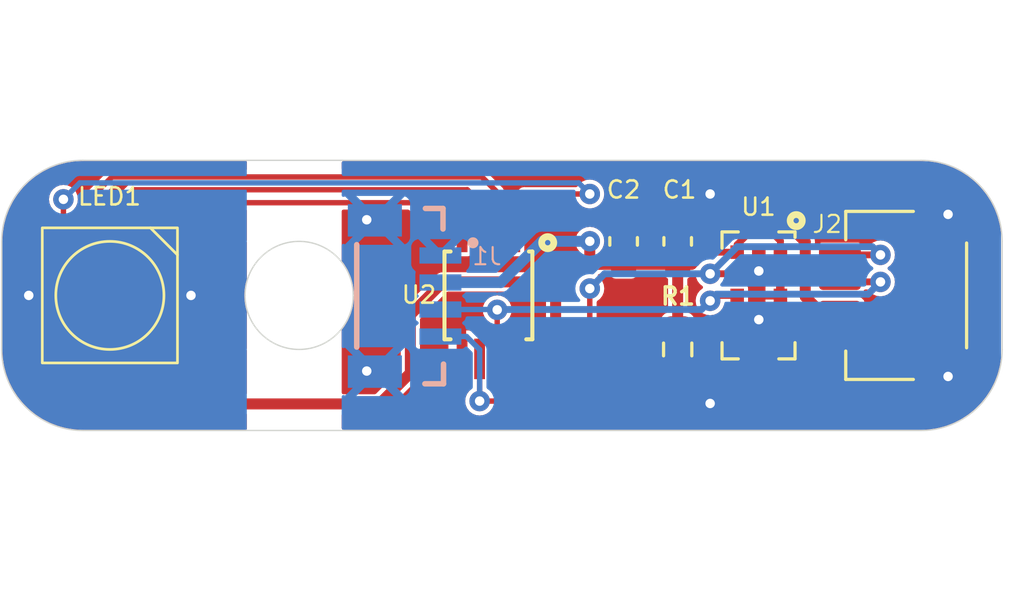
<source format=kicad_pcb>
(kicad_pcb (version 20221018) (generator pcbnew)
  (layers (0 "F.Cu" signal) (31 "B.Cu" signal) (34 "B.Paste" user) (35 "F.Paste" user) (36 "B.SilkS" user "B.Silkscreen") (37 "F.SilkS" user "F.Silkscreen") (38 "B.Mask" user) (39 "F.Mask" user) (44 "Edge.Cuts" user))
  (net 0 "")
  (net 1 "GND")
  (net 2 "/3V3")
  (net 3 "/SCL")
  (net 4 "/SDA")
  (net 5 "Net-(U2-LED3)")
  (net 6 "Net-(U2-LED2)")
  (net 7 "Net-(U2-LED1)")
  (net 8 "Net-(U2-LED0)")
  (net 9 "Net-(U1-XSHUT)")
  (footprint "Fiducial:Fiducial_1mm_Mask2mm" (layer "F.Cu") (at 8 7)
    (fp_text reference "U$1" hide)
    (fp_text value "FIDUCIAL")
    (pad "" smd circle (at 0 0) (size 1 1) (layers "F.Cu" "F.Mask") (clearance 0.5))
  )
  (footprint "Capacitor_SMD:C_0603_1608Metric" (layer "F.Cu") (at 23 3 90)
    (fp_text reference "C2" (at 1.9116 -0.002282) (layer "F.SilkS") (effects (font (size 0.635 0.635) (thickness 0.09525))))
    (fp_text value "0.1uF")
    (fp_line (start -0.14058 -0.51) (end 0.14058 -0.51) (stroke (width 0.12)) (layer "F.SilkS"))
    (fp_line (start -0.14058 0.51) (end 0.14058 0.51) (stroke (width 0.12)) (layer "F.SilkS"))
    (pad "1" smd roundrect (at -0.775 0 90) (size 0.9 0.95) (layers "F.Cu" "F.Paste" "F.Mask") (net 2 "/3V3"))
    (pad "2" smd roundrect (at 0.775 0 90) (size 0.9 0.95) (layers "F.Cu" "F.Paste" "F.Mask") (net 1 "GND"))
  )
  (footprint "Resistor_SMD:R_0603_1608Metric" (layer "F.Cu") (at 25 7 90)
    (fp_text reference "R1" (at 1.969431 0.010476) (layer "F.SilkS") (effects (font (size 0.635 0.635) (thickness 0.127) bold)))
    (fp_text value "10K")
    (fp_line (start -0.237258 -0.5225) (end 0.237258 -0.5225) (stroke (width 0.12)) (layer "F.SilkS"))
    (fp_line (start -0.237258 0.5225) (end 0.237258 0.5225) (stroke (width 0.12)) (layer "F.SilkS"))
    (pad "1" smd roundrect (at -0.825 0 90) (size 0.8 0.95) (layers "F.Cu" "F.Paste" "F.Mask") (net 9 "Net-(U1-XSHUT)"))
    (pad "2" smd roundrect (at 0.825 0 90) (size 0.8 0.95) (layers "F.Cu" "F.Paste" "F.Mask") (net 2 "/3V3"))
  )
  (footprint "CustomParts:ST_VL53L0X" (layer "F.Cu") (at 28 5 -90)
    (fp_text reference "U1" (at -3.2766 0.0131) (layer "F.SilkS") (effects (font (size 0.635 0.635) (thickness 0.09525))))
    (fp_text value "VL53L0CXV0DH/1")
    (fp_line (start -2.35 -1.34) (end -2.35 -0.74) (stroke (width 0.12)) (layer "F.SilkS"))
    (fp_line (start -2.35 -1.34) (end -2.15 -1.34) (stroke (width 0.12)) (layer "F.SilkS"))
    (fp_line (start -2.35 1.36) (end -2.35 0.76) (stroke (width 0.12)) (layer "F.SilkS"))
    (fp_line (start -1.75 1.36) (end -2.35 1.36) (stroke (width 0.12)) (layer "F.SilkS"))
    (fp_line (start 1.75 -1.34) (end 2.35 -1.34) (stroke (width 0.12)) (layer "F.SilkS"))
    (fp_line (start 2.35 -1.34) (end 2.35 -0.74) (stroke (width 0.12)) (layer "F.SilkS"))
    (fp_line (start 2.35 0.76) (end 2.35 1.36) (stroke (width 0.12)) (layer "F.SilkS"))
    (fp_line (start 2.35 1.36) (end 1.75 1.36) (stroke (width 0.12)) (layer "F.SilkS"))
    (pad "1" smd rect (at -1.6 -0.8) (size 0.5 0.5) (layers "F.Cu" "F.Paste" "F.Mask") (net 2 "/3V3"))
    (pad "2" smd rect (at -0.8 -0.79) (size 0.5 0.5) (layers "F.Cu" "F.Paste" "F.Mask") (net 1 "GND"))
    (pad "3" smd rect (at 0 -0.8) (size 0.5 0.5) (layers "F.Cu" "F.Paste" "F.Mask") (net 1 "GND"))
    (pad "4" smd rect (at 0.8 -0.8) (size 0.5 0.5) (layers "F.Cu" "F.Paste" "F.Mask") (net 1 "GND"))
    (pad "5" smd rect (at 1.6 -0.8) (size 0.5 0.5) (layers "F.Cu" "F.Paste" "F.Mask") (net 9 "Net-(U1-XSHUT)"))
    (pad "6" smd rect (at 1.6 0) (size 0.5 0.5) (layers "F.Cu" "F.Paste" "F.Mask") (net 1 "GND"))
    (pad "7" smd rect (at 1.6 0.8) (size 0.5 0.5) (layers "F.Cu" "F.Paste" "F.Mask"))
    (pad "8" smd rect (at 0.8 0.8) (size 0.5 0.5) (layers "F.Cu" "F.Paste" "F.Mask"))
    (pad "9" smd rect (at 0 0.8) (size 0.5 0.5) (layers "F.Cu" "F.Paste" "F.Mask") (net 4 "/SDA"))
    (pad "10" smd rect (at -0.8 0.8) (size 0.5 0.5) (layers "F.Cu" "F.Paste" "F.Mask") (net 3 "/SCL"))
    (pad "11" smd rect (at -1.6 0.8) (size 0.5 0.5) (layers "F.Cu" "F.Paste" "F.Mask") (net 2 "/3V3"))
    (pad "12" smd rect (at -1.6 0) (size 0.5 0.5) (layers "F.Cu" "F.Paste" "F.Mask") (net 1 "GND"))
  )
  (footprint "CustomParts:JST_SH_SM04B-SRSS-TB_1x04-1MP_P1.00mm_Horizontal" (layer "F.Cu") (at 33 5 90)
    (fp_text reference "J2" (at 2.638 -2.472) (layer "F.SilkS") (effects (font (size 0.635 0.635) (thickness 0.079375))))
    (fp_text value "Right Angle Qwiic Connector")
    (fp_line (start -3.11 -1.785) (end -2.06 -1.785) (stroke (width 0.12)) (layer "F.SilkS"))
    (fp_line (start -3.11 0.715) (end -3.11 -1.785) (stroke (width 0.12)) (layer "F.SilkS"))
    (fp_line (start -1.94 2.685) (end 1.94 2.685) (stroke (width 0.12)) (layer "F.SilkS"))
    (fp_line (start 3.11 -1.785) (end 2.06 -1.785) (stroke (width 0.12)) (layer "F.SilkS"))
    (fp_line (start 3.11 0.715) (end 3.11 -1.785) (stroke (width 0.12)) (layer "F.SilkS"))
    (pad "1" smd roundrect (at -1.5 -2 90) (size 0.6 1.55) (layers "F.Cu" "F.Paste" "F.Mask") (net 1 "GND"))
    (pad "2" smd roundrect (at -0.5 -2 90) (size 0.6 1.55) (layers "F.Cu" "F.Paste" "F.Mask") (net 2 "/3V3"))
    (pad "3" smd roundrect (at 0.5 -2 90) (size 0.6 1.55) (layers "F.Cu" "F.Paste" "F.Mask") (net 4 "/SDA"))
    (pad "4" smd roundrect (at 1.5 -2 90) (size 0.6 1.55) (layers "F.Cu" "F.Paste" "F.Mask") (net 3 "/SCL"))
    (pad "MP" smd roundrect (at -2.8 1.875 90) (size 1.2 1.8) (layers "F.Cu" "F.Paste" "F.Mask") (roundrect_rratio 0.2083333333) (net 1 "GND"))
    (pad "MP" smd roundrect (at 2.8 1.875 90) (size 1.2 1.8) (layers "F.Cu" "F.Paste" "F.Mask") (roundrect_rratio 0.2083333333) (net 1 "GND"))
  )
  (footprint "Capacitor_SMD:C_0603_1608Metric" (layer "F.Cu") (at 25 3 90)
    (fp_text reference "C1" (at 1.9116 0.0659) (layer "F.SilkS") (effects (font (size 0.635 0.635) (thickness 0.09525))))
    (fp_text value "10uF")
    (fp_line (start -0.14058 -0.51) (end 0.14058 -0.51) (stroke (width 0.12)) (layer "F.SilkS"))
    (fp_line (start -0.14058 0.51) (end 0.14058 0.51) (stroke (width 0.12)) (layer "F.SilkS"))
    (pad "1" smd roundrect (at -0.775 0 90) (size 0.9 0.95) (layers "F.Cu" "F.Paste" "F.Mask") (net 2 "/3V3"))
    (pad "2" smd roundrect (at 0.775 0 90) (size 0.9 0.95) (layers "F.Cu" "F.Paste" "F.Mask") (net 1 "GND"))
  )
  (footprint "Fiducial:Fiducial_1mm_Mask2mm" (layer "F.Cu") (at 8 3)
    (fp_text reference "U$2" hide)
    (fp_text value "FIDUCIAL")
    (pad "" smd circle (at 0 0) (size 1 1) (layers "F.Cu" "F.Mask") (clearance 0.5))
  )
  (footprint "Package_SO:TSSOP-8_3x3mm_P0.65mm" (layer "F.Cu") (at 18 5 -90)
    (fp_text reference "U2" (at -0.0206 2.5701) (layer "F.SilkS") (effects (font (size 0.635 0.635) (thickness 0.09525))))
    (fp_text value "PCA9632DP1,118")
    (fp_line (start -1.625 -1.625) (end -1.625 -1.5) (stroke (width 0.15)) (layer "F.SilkS"))
    (fp_line (start -1.625 -1.625) (end 1.625 -1.625) (stroke (width 0.15)) (layer "F.SilkS"))
    (fp_line (start -1.625 1.625) (end -1.625 1.4) (stroke (width 0.15)) (layer "F.SilkS"))
    (fp_line (start -1.625 1.625) (end 1.625 1.625) (stroke (width 0.15)) (layer "F.SilkS"))
    (fp_line (start 1.625 -1.625) (end 1.625 -1.4) (stroke (width 0.15)) (layer "F.SilkS"))
    (fp_line (start 1.625 1.625) (end 1.625 1.4) (stroke (width 0.15)) (layer "F.SilkS"))
    (pad "1" smd rect (at -2.35 -0.975 270) (size 1.5 0.4) (layers "F.Cu" "F.Paste" "F.Mask") (net 8 "Net-(U2-LED0)"))
    (pad "2" smd rect (at -2.35 -0.325 270) (size 1.5 0.4) (layers "F.Cu" "F.Paste" "F.Mask") (net 7 "Net-(U2-LED1)"))
    (pad "3" smd rect (at -2.35 0.325 270) (size 1.5 0.4) (layers "F.Cu" "F.Paste" "F.Mask") (net 6 "Net-(U2-LED2)"))
    (pad "4" smd rect (at -2.35 0.975 270) (size 1.5 0.4) (layers "F.Cu" "F.Paste" "F.Mask") (net 5 "Net-(U2-LED3)"))
    (pad "5" smd rect (at 2.35 0.975 270) (size 1.5 0.4) (layers "F.Cu" "F.Paste" "F.Mask") (net 1 "GND"))
    (pad "6" smd rect (at 2.35 0.325 270) (size 1.5 0.4) (layers "F.Cu" "F.Paste" "F.Mask") (net 3 "/SCL"))
    (pad "7" smd rect (at 2.35 -0.325 270) (size 1.5 0.4) (layers "F.Cu" "F.Paste" "F.Mask") (net 4 "/SDA"))
    (pad "8" smd rect (at 2.35 -0.975 270) (size 1.5 0.4) (layers "F.Cu" "F.Paste" "F.Mask") (net 2 "/3V3"))
  )
  (footprint "CustomParts:LED_RGBW_5050-8" (layer "F.Cu") (at 4 5 90)
    (fp_text reference "LED1" (at 3.6576 -0.0161 unlocked) (layer "F.SilkS") (effects (font (size 0.635 0.635) (thickness 0.09525))))
    (fp_text value "TC5050RGBW4D06-4CJHR3")
    (fp_line (start 2.5 1.5) (end 1.5 2.5) (stroke (width 0.1)) (layer "F.SilkS"))
    (fp_rect (start -2.5 -2.5) (end 2.5 2.5) (stroke (width 0.1)) (fill none) (layer "F.SilkS"))
    (fp_circle (center 0 0) (end 2 0) (stroke (width 0.1)) (fill none) (layer "F.SilkS"))
    (pad "1" smd rect (at -2.4 -1.725 180) (size 0.6 1.25) (layers "F.Cu" "F.Paste" "F.Mask") (net 2 "/3V3"))
    (pad "2" smd rect (at -2.4 -0.575 180) (size 0.6 1.25) (layers "F.Cu" "F.Paste" "F.Mask") (net 2 "/3V3"))
    (pad "3" smd rect (at -2.4 0.575 180) (size 0.6 1.25) (layers "F.Cu" "F.Paste" "F.Mask") (net 2 "/3V3"))
    (pad "4" smd rect (at -2.4 1.725 180) (size 0.6 1.25) (layers "F.Cu" "F.Paste" "F.Mask") (net 2 "/3V3"))
    (pad "5" smd rect (at 2.4 1.725 180) (size 0.6 1.25) (layers "F.Cu" "F.Paste" "F.Mask") (net 5 "Net-(U2-LED3)"))
    (pad "6" smd rect (at 2.4 0.575 180) (size 0.6 1.25) (layers "F.Cu" "F.Paste" "F.Mask") (net 6 "Net-(U2-LED2)"))
    (pad "7" smd rect (at 2.4 -0.575 180) (size 0.6 1.25) (layers "F.Cu" "F.Paste" "F.Mask") (net 7 "Net-(U2-LED1)"))
    (pad "8" smd rect (at 2.4 -1.725 180) (size 0.6 1.25) (layers "F.Cu" "F.Paste" "F.Mask") (net 8 "Net-(U2-LED0)"))
  )
  (footprint "ToFnLED:JST04_1MM_VERT" (layer "B.Cu") (at 17 5 -90)
    (fp_text reference "J1" (at -1.444 -1.542) (layer "B.SilkS") (effects (font (size 0.635 0.635) (thickness 0.079375)) (justify left mirror)))
    (fp_text value "Vertical Qwiic Connector" hide)
    (fp_line (start -3.218 0.68) (end -2.458 0.68) (stroke (width 0.2032)) (layer "B.SilkS"))
    (fp_line (start -3.218 1.33) (end -3.218 0.68) (stroke (width 0.2032)) (layer "B.SilkS"))
    (fp_line (start 1.912 3.87) (end -1.878 3.87) (stroke (width 0.2032)) (layer "B.SilkS"))
    (fp_line (start 3.272 0.66) (end 2.542 0.66) (stroke (width 0.2032)) (layer "B.SilkS"))
    (fp_line (start 3.272 1.35) (end 3.272 0.66) (stroke (width 0.2032)) (layer "B.SilkS"))
    (fp_circle (center -1.948 -0.43) (end -1.8464 -0.43) (stroke (width 0.2032)) (fill solid) (layer "B.SilkS"))
    (pad "1" smd rect (at -1.478 0.775 270) (size 0.6 1.55) (layers "B.Cu" "B.Paste" "B.Mask") (net 1 "GND"))
    (pad "2" smd rect (at -0.478 0.775 270) (size 0.6 1.55) (layers "B.Cu" "B.Paste" "B.Mask") (net 2 "/3V3"))
    (pad "3" smd rect (at 0.522 0.775 270) (size 0.6 1.55) (layers "B.Cu" "B.Paste" "B.Mask") (net 4 "/SDA"))
    (pad "4" smd rect (at 1.522 0.775 270) (size 0.6 1.55) (layers "B.Cu" "B.Paste" "B.Mask") (net 3 "/SCL"))
    (pad "NC1" smd rect (at -2.778 3.2 270) (size 1.2 2) (layers "B.Cu" "B.Paste" "B.Mask") (net 1 "GND"))
    (pad "NC2" smd rect (at 2.822 3.2 270) (size 1.2 2) (layers "B.Cu" "B.Paste" "B.Mask") (net 1 "GND"))
  )
  (gr_circle (center 29.3839 2.2314) (end 29.4839 2.2314) (stroke (width 0.25)) (fill none) (layer "F.SilkS"))
  (gr_circle (center 20.193 3.048) (end 20.293 3.048) (stroke (width 0.25)) (fill none) (layer "F.SilkS"))
  (gr_arc (start 0 3) (mid 0.87868 0.87868) (end 3 0) (stroke (width 0.05)) (layer "Edge.Cuts"))
  (gr_arc (start 9 5) (mid 11 3) (end 13 5) (stroke (width 0.05)) (layer "Edge.Cuts"))
  (gr_arc (start 37 7) (mid 36.12132 9.12132) (end 34 10) (stroke (width 0.05)) (layer "Edge.Cuts"))
  (gr_line (start 3 10) (end 34 10) (stroke (width 0.05)) (layer "Edge.Cuts"))
  (gr_line (start 0 3) (end 0 7) (stroke (width 0.05)) (layer "Edge.Cuts"))
  (gr_line (start 37 7) (end 37 3) (stroke (width 0.05)) (layer "Edge.Cuts"))
  (gr_arc (start 3 10) (mid 0.87868 9.12132) (end 0 7) (stroke (width 0.05)) (layer "Edge.Cuts"))
  (gr_line (start 34 0) (end 3 0) (stroke (width 0.05)) (layer "Edge.Cuts"))
  (gr_arc (start 13 5) (mid 11 7) (end 9 5) (stroke (width 0.05)) (layer "Edge.Cuts"))
  (gr_arc (start 34 0) (mid 36.12132 0.87868) (end 37 3) (stroke (width 0.05)) (layer "Edge.Cuts"))
  (segment (start 28 6.6) (end 28 5.8964) (width 0.254) (layer "F.Cu") (net 1))
  (segment (start 28.1036 4.2) (end 28.8 4.2) (width 0.254) (layer "F.Cu") (net 1))
  (segment (start 28.8 5.8) (end 28.8 5) (width 0.254) (layer "F.Cu") (net 1))
  (segment (start 28 4.0964) (end 28.1036 4.2) (width 0.254) (layer "F.Cu") (net 1))
  (segment (start 28.0964 5.8) (end 28.8 5.8) (width 0.254) (layer "F.Cu") (net 1))
  (segment (start 28.8 5) (end 28.8 4.2) (width 0.254) (layer "F.Cu") (net 1))
  (segment (start 28 3.4) (end 28 4.0964) (width 0.254) (layer "F.Cu") (net 1))
  (segment (start 28 5.8964) (end 28.0964 5.8) (width 0.254) (layer "F.Cu") (net 1))
  (via (at 7 5) (size 0.7564) (drill 0.35) (layers "F.Cu" "B.Cu") (net 1))
  (via (at 26.2 9) (size 0.7564) (drill 0.35) (layers "F.Cu" "B.Cu") (net 1))
  (via (at 1 5) (size 0.7564) (drill 0.35) (layers "F.Cu" "B.Cu") (net 1))
  (via (at 28 5.8964) (size 0.7564) (drill 0.35) (layers "F.Cu" "B.Cu") (net 1))
  (via (at 35 2) (size 0.7564) (drill 0.35) (layers "F.Cu" "B.Cu") (net 1))
  (via (at 28 4.0964) (size 0.7564) (drill 0.35) (layers "F.Cu" "B.Cu") (net 1))
  (via (at 13.5 7.8) (size 0.7564) (drill 0.35) (layers "F.Cu" "B.Cu") (net 1))
  (via (at 13.5 2.2) (size 0.7564) (drill 0.35) (layers "F.Cu" "B.Cu") (net 1))
  (via (at 35 8) (size 0.7564) (drill 0.35) (layers "F.Cu" "B.Cu") (net 1))
  (via (at 26.2 1.2464) (size 0.7564) (drill 0.35) (layers "F.Cu" "B.Cu") (net 1))
  (segment (start 2.3 7) (end 5.7 7) (width 0.4064) (layer "F.Cu") (net 2))
  (segment (start 30.171 5.5) (end 29.718 5.047) (width 0.4064) (layer "F.Cu") (net 2))
  (segment (start 20.4859 4.5) (end 20.4859 6.4381) (width 0.4064) (layer "F.Cu") (net 2))
  (segment (start 27.559 2.761) (end 27.2 3.12) (width 0.254) (layer "F.Cu") (net 2))
  (segment (start 29.718 3.015) (end 28.956 2.253) (width 0.4064) (layer "F.Cu") (net 2))
  (segment (start 27.10925 2.253) (end 25.51225 3.85) (width 0.4064) (layer "F.Cu") (net 2))
  (segment (start 23 3.85) (end 25 3.85) (width 0.4064) (layer "F.Cu") (net 2))
  (segment (start 27.2 3.12) (end 27.2 3.4) (width 0.254) (layer "F.Cu") (net 2))
  (segment (start 15.113 5.715) (end 16.328 4.5) (width 0.4064) (layer "F.Cu") (net 2))
  (segment (start 25.508 3.85) (end 25 3.85) (width 0.254) (layer "F.Cu") (net 2))
  (segment (start 21.1359 3.85) (end 21.7385 3.85) (width 0.4064) (layer "F.Cu") (net 2))
  (segment (start 31 5.5) (end 30.171 5.5) (width 0.4064) (layer "F.Cu") (net 2))
  (segment (start 21.7489 3.8396) (end 21.7385 3.85) (width 0.2) (layer "F.Cu") (net 2))
  (segment (start 21.7489 2.9964) (end 21.7489 3.8396) (width 0.4064) (layer "F.Cu") (net 2))
  (segment (start 25.958 3.4) (end 25.508 3.85) (width 0.254) (layer "F.Cu") (net 2))
  (segment (start 5.7 7) (end 7.717 9.017) (width 0.4064) (layer "F.Cu") (net 2))
  (segment (start 28.575 2.761) (end 27.559 2.761) (width 0.254) (layer "F.Cu") (net 2))
  (segment (start 25 3.85) (end 25 6.15) (width 0.4064) (layer "F.Cu") (net 2))
  (segment (start 28.8 2.986) (end 28.575 2.761) (width 0.254) (layer "F.Cu") (net 2))
  (segment (start 19.574 7.35) (end 18.975 7.35) (width 0.4064) (layer "F.Cu") (net 2))
  (segment (start 21.7385 3.85) (end 23 3.85) (width 0.4064) (layer "F.Cu") (net 2))
  (segment (start 13.97 9.017) (end 15.113 7.874) (width 0.4064) (layer "F.Cu") (net 2))
  (segment (start 15.113 7.874) (end 15.113 5.715) (width 0.4064) (layer "F.Cu") (net 2))
  (segment (start 27.2 3.4) (end 25.958 3.4) (width 0.254) (layer "F.Cu") (net 2))
  (segment (start 28.956 2.253) (end 27.10925 2.253) (width 0.4064) (layer "F.Cu") (net 2))
  (segment (start 16.328 4.5) (end 20.4859 4.5) (width 0.4064) (layer "F.Cu") (net 2))
  (segment (start 29.718 5.047) (end 29.718 3.015) (width 0.4064) (layer "F.Cu") (net 2))
  (segment (start 28.8 3.4) (end 28.8 2.986) (width 0.254) (layer "F.Cu") (net 2))
  (segment (start 25 3.85) (end 25.51225 3.85) (width 0.4064) (layer "F.Cu") (net 2))
  (segment (start 20.4859 4.5) (end 21.1359 3.85) (width 0.4064) (layer "F.Cu") (net 2))
  (segment (start 7.717 9.017) (end 13.97 9.017) (width 0.4064) (layer "F.Cu") (net 2))
  (segment (start 20.4859 6.4381) (end 19.574 7.35) (width 0.4064) (layer "F.Cu") (net 2))
  (via (at 21.7489 2.9964) (size 0.7564) (drill 0.35) (layers "F.Cu" "B.Cu") (net 2))
  (segment (start 19.9829 2.9964) (end 18.4573 4.522) (width 0.4064) (layer "B.Cu") (net 2))
  (segment (start 21.7489 2.9964) (end 19.9829 2.9964) (width 0.4064) (layer "B.Cu") (net 2))
  (segment (start 18.4573 4.522) (end 16.225 4.522) (width 0.4064) (layer "B.Cu") (net 2))
  (segment (start 17.675 8.9116) (end 20.7225 8.9116) (width 0.2) (layer "F.Cu") (net 3))
  (segment (start 20.7225 8.9116) (end 21.7489 7.8852) (width 0.2) (layer "F.Cu") (net 3))
  (segment (start 17.675 7.35) (end 17.675 8.9116) (width 0.2) (layer "F.Cu") (net 3))
  (segment (start 27.2 4.2) (end 26.2 4.2) (width 0.254) (layer "F.Cu") (net 3))
  (segment (start 31 3.5) (end 32.5 3.5) (width 0.254) (layer "F.Cu") (net 3))
  (segment (start 21.7489 7.8852) (end 21.7489 4.7464) (width 0.2) (layer "F.Cu") (net 3))
  (via (at 17.675 8.9116) (size 0.7564) (drill 0.35) (layers "F.Cu" "B.Cu") (net 3))
  (via (at 32.5 3.5) (size 0.7564) (drill 0.35) (layers "F.Cu" "B.Cu") (net 3))
  (via (at 26.2 4.2) (size 0.7564) (drill 0.35) (layers "F.Cu" "B.Cu") (net 3))
  (via (at 21.7489 4.7464) (size 0.7564) (drill 0.35) (layers "F.Cu" "B.Cu") (net 3))
  (segment (start 26.2 4.2) (end 22.2953 4.2) (width 0.254) (layer "B.Cu") (net 3))
  (segment (start 22.2953 4.2) (end 21.7489 4.7464) (width 0.254) (layer "B.Cu") (net 3))
  (segment (start 16.225 6.522) (end 17.19 6.522) (width 0.2) (layer "B.Cu") (net 3))
  (segment (start 32.1966 3.1966) (end 32.5 3.5) (width 0.254) (layer "B.Cu") (net 3))
  (segment (start 27.2034 3.1966) (end 32.1966 3.1966) (width 0.254) (layer "B.Cu") (net 3))
  (segment (start 17.675 7.007) (end 17.675 8.9116) (width 0.2) (layer "B.Cu") (net 3))
  (segment (start 17.19 6.522) (end 17.675 7.007) (width 0.2) (layer "B.Cu") (net 3))
  (segment (start 26.2 4.2) (end 27.2034 3.1966) (width 0.254) (layer "B.Cu") (net 3))
  (segment (start 27.2 5) (end 26.4 5) (width 0.254) (layer "F.Cu") (net 4))
  (segment (start 31 4.5) (end 32.5 4.5) (width 0.254) (layer "F.Cu") (net 4))
  (segment (start 18.325 5.5334) (end 18.325 7.35) (width 0.2) (layer "F.Cu") (net 4))
  (segment (start 26.4 5) (end 26.2 5.2) (width 0.254) (layer "F.Cu") (net 4))
  (via (at 32.5 4.5) (size 0.7564) (drill 0.35) (layers "F.Cu" "B.Cu") (net 4))
  (via (at 26.2 5.2) (size 0.7564) (drill 0.35) (layers "F.Cu" "B.Cu") (net 4))
  (via (at 18.325 5.5334) (size 0.7564) (drill 0.35) (layers "F.Cu" "B.Cu") (net 4))
  (segment (start 26.447 4.953) (end 26.2 5.2) (width 0.254) (layer "B.Cu") (net 4))
  (segment (start 32.047 4.953) (end 26.447 4.953) (width 0.254) (layer "B.Cu") (net 4))
  (segment (start 32.5 4.5) (end 32.047 4.953) (width 0.254) (layer "B.Cu") (net 4))
  (segment (start 25.878 5.522) (end 26.2 5.2) (width 0.254) (layer "B.Cu") (net 4))
  (segment (start 16.225 5.522) (end 18.3136 5.522) (width 0.2) (layer "B.Cu") (net 4))
  (segment (start 18.3136 5.522) (end 25.878 5.522) (width 0.254) (layer "B.Cu") (net 4))
  (segment (start 18.3136 5.522) (end 18.325 5.5334) (width 0.2) (layer "B.Cu") (net 4))
  (segment (start 15.1584 1.5694) (end 16.239 2.65) (width 0.2) (layer "F.Cu") (net 5))
  (segment (start 5.9159 1.5694) (end 15.1584 1.5694) (width 0.2) (layer "F.Cu") (net 5))
  (segment (start 5.725 2.6) (end 5.725 1.7603) (width 0.2) (layer "F.Cu") (net 5))
  (segment (start 5.725 1.7603) (end 5.9159 1.5694) (width 0.2) (layer "F.Cu") (net 5))
  (segment (start 16.239 2.65) (end 17.025 2.65) (width 0.2) (layer "F.Cu") (net 5))
  (segment (start 4.575 1.3863) (end 4.8729 1.0884) (width 0.2) (layer "F.Cu") (net 6))
  (segment (start 4.575 2.6) (end 4.575 1.3863) (width 0.2) (layer "F.Cu") (net 6))
  (segment (start 4.8729 1.0884) (end 17.2174 1.0884) (width 0.2) (layer "F.Cu") (net 6))
  (segment (start 17.2174 1.0884) (end 17.675 1.546) (width 0.2) (layer "F.Cu") (net 6))
  (segment (start 17.675 1.546) (end 17.675 2.65) (width 0.2) (layer "F.Cu") (net 6))
  (segment (start 18.325 1.18) (end 18.325 2.65) (width 0.2) (layer "F.Cu") (net 7))
  (segment (start 4.0755 0.6158) (end 17.7608 0.6158) (width 0.2) (layer "F.Cu") (net 7))
  (segment (start 17.7608 0.6158) (end 18.325 1.18) (width 0.2) (layer "F.Cu") (net 7))
  (segment (start 3.425 2.6) (end 3.425 1.2663) (width 0.2) (layer "F.Cu") (net 7))
  (segment (start 3.425 1.2663) (end 4.0755 0.6158) (width 0.2) (layer "F.Cu") (net 7))
  (segment (start 18.975 2.65) (end 18.975 1.599) (width 0.2) (layer "F.Cu") (net 8))
  (segment (start 18.975 1.599) (end 19.3276 1.2464) (width 0.2) (layer "F.Cu") (net 8))
  (segment (start 19.3276 1.2464) (end 21.7489 1.2464) (width 0.2) (layer "F.Cu") (net 8))
  (segment (start 2.2821 2.5929) (end 2.275 2.6) (width 0.2) (layer "F.Cu") (net 8))
  (segment (start 2.2821 1.444) (end 2.2821 2.5929) (width 0.2) (layer "F.Cu") (net 8))
  (via (at 2.2821 1.444) (size 0.7564) (drill 0.35) (layers "F.Cu" "B.Cu") (net 8))
  (via (at 21.7489 1.2464) (size 0.7564) (drill 0.35) (layers "F.Cu" "B.Cu") (net 8))
  (segment (start 2.2821 1.444) (end 2.8917 0.8344) (width 0.2) (layer "B.Cu") (net 8))
  (segment (start 2.8917 0.8344) (end 21.3369 0.8344) (width 0.2) (layer "B.Cu") (net 8))
  (segment (start 21.3369 0.8344) (end 21.7489 1.2464) (width 0.2) (layer "B.Cu") (net 8))
  (segment (start 25 7.85) (end 28.058 7.85) (width 0.254) (layer "F.Cu") (net 9))
  (segment (start 28.058 7.85) (end 28.8 7.108) (width 0.254) (layer "F.Cu") (net 9))
  (segment (start 28.8 7.108) (end 28.8 6.6) (width 0.254) (layer "F.Cu") (net 9))
  (zone (net 1) (net_name "GND") (layer "F.Cu") (priority 6) (connect_pads (clearance 0.000001)) (min_thickness 0.0635) (fill yes (thermal_gap 0.177) (thermal_bridge_width 0.177))
    (polygon (pts (xy 9.0635 10.0635) (xy -0.0635 10.0635) (xy -0.0635 -0.0635) (xy 9.0635 -0.0635)))
  )
  (zone (net 1) (net_name "GND") (layer "F.Cu") (priority 6) (connect_pads (clearance 0.000001)) (min_thickness 0.127) (fill yes (thermal_gap 0.304) (thermal_bridge_width 0.304))
    (polygon (pts (xy 36.957 10.127) (xy 12.573 10.127) (xy 12.573 -0.287) (xy 36.957 -0.287)))
  )
  (zone (net 1) (net_name "GND") (layer "B.Cu") (priority 6) (connect_pads (clearance 0.000001)) (min_thickness 0.0635) (fill yes (thermal_gap 0.177) (thermal_bridge_width 0.177))
    (polygon (pts (xy 9.0635 10.0635) (xy -0.0635 10.0635) (xy -0.0635 -0.0635) (xy 9.0635 -0.0635)))
  )
  (zone (net 1) (net_name "GND") (layer "B.Cu") (priority 6) (connect_pads (clearance 0.000001)) (min_thickness 0.127) (fill yes (thermal_gap 0.304) (thermal_bridge_width 0.304))
    (polygon (pts (xy 36.957 10.127) (xy 12.573 10.127) (xy 12.573 -0.287) (xy 36.957 -0.287)))
  )
)
</source>
